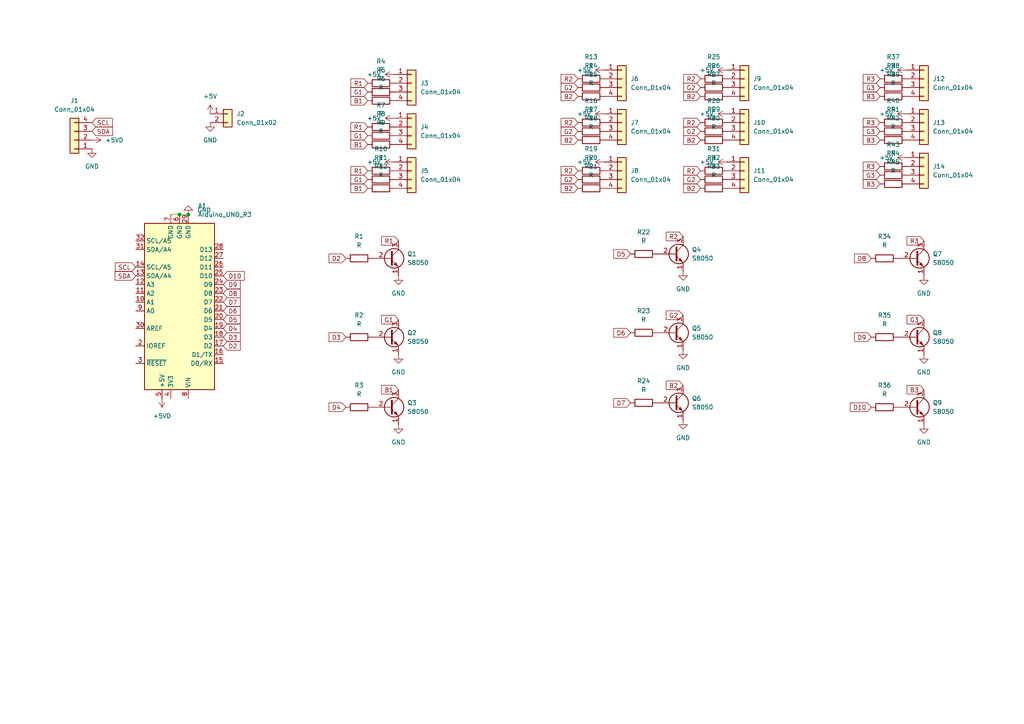
<source format=kicad_sch>
(kicad_sch (version 20211123) (generator eeschema)
  (paper "A4")
  (lib_symbols
    (symbol "Connector_Generic:Conn_01x02" (pin_names (offset 1.016) hide)
      (property "Reference" "J" (at 0 2.54 0))
      (property "Value" "Conn_01x02" (at 0 -5.08 0))
      (symbol "Conn_01x02_1_1"
        (rectangle (start -1.27 -2.413) (end 0 -2.667) (stroke (width 0.1524)))
        (rectangle (start -1.27 0.127) (end 0 -0.127) (stroke (width 0.1524)))
        (rectangle (start -1.27 1.27) (end 1.27 -3.81) (stroke (width 0.254)) (fill (type background)))
        (pin passive line (at -5.08 0 0) (length 3.81) (name "Pin_1") (number "1"))
        (pin passive line (at -5.08 -2.54 0) (length 3.81) (name "Pin_2") (number "2"))
      )
    )
    (symbol "Connector_Generic:Conn_01x04" (pin_names (offset 1.016) hide)
      (property "Reference" "J" (at 0 5.08 0))
      (property "Value" "Conn_01x04" (at 0 -7.62 0))
      (symbol "Conn_01x04_1_1"
        (rectangle (start -1.27 -4.953) (end 0 -5.207) (stroke (width 0.1524)))
        (rectangle (start -1.27 -2.413) (end 0 -2.667) (stroke (width 0.1524)))
        (rectangle (start -1.27 0.127) (end 0 -0.127) (stroke (width 0.1524)))
        (rectangle (start -1.27 2.667) (end 0 2.413) (stroke (width 0.1524)))
        (rectangle (start -1.27 3.81) (end 1.27 -6.35) (stroke (width 0.254)) (fill (type background)))
        (pin passive line (at -5.08 2.54 0) (length 3.81) (name "Pin_1") (number "1"))
        (pin passive line (at -5.08 0 0) (length 3.81) (name "Pin_2") (number "2"))
        (pin passive line (at -5.08 -2.54 0) (length 3.81) (name "Pin_3") (number "3"))
        (pin passive line (at -5.08 -5.08 0) (length 3.81) (name "Pin_4") (number "4"))
      )
    )
    (symbol "Device:R" (pin_numbers hide) (pin_names (offset 0))
      (property "Reference" "R" (at 2.032 0 90))
      (property "Value" "R" (at 0 0 90))
      (symbol "R_0_1"
        (rectangle (start -1.016 -2.54) (end 1.016 2.54) (stroke (width 0.254)))
      )
      (symbol "R_1_1"
        (pin passive line (at 0 3.81 270) (length 1.27) (name "~") (number "1"))
        (pin passive line (at 0 -3.81 90) (length 1.27) (name "~") (number "2"))
      )
    )
    (symbol "MCU_Module:Arduino_UNO_R3"
      (property "Reference" "A" (at -10.16 23.495 0))
      (property "Value" "Arduino_UNO_R3" (at 5.08 -26.67 0))
      (symbol "Arduino_UNO_R3_0_1"
        (rectangle (start -10.16 22.86) (end 10.16 -25.4) (stroke (width 0.254)) (fill (type background)))
      )
      (symbol "Arduino_UNO_R3_1_1"
        (pin no_connect line (at -10.16 -20.32 0) (length 2.54) hide (name "NC") (number "1"))
        (pin bidirectional line (at 12.7 -2.54 180) (length 2.54) (name "A1") (number "10"))
        (pin bidirectional line (at 12.7 -5.08 180) (length 2.54) (name "A2") (number "11"))
        (pin bidirectional line (at 12.7 -7.62 180) (length 2.54) (name "A3") (number "12"))
        (pin bidirectional line (at 12.7 -10.16 180) (length 2.54) (name "SDA/A4") (number "13"))
        (pin bidirectional line (at 12.7 -12.7 180) (length 2.54) (name "SCL/A5") (number "14"))
        (pin bidirectional line (at -12.7 15.24 0) (length 2.54) (name "D0/RX") (number "15"))
        (pin bidirectional line (at -12.7 12.7 0) (length 2.54) (name "D1/TX") (number "16"))
        (pin bidirectional line (at -12.7 10.16 0) (length 2.54) (name "D2") (number "17"))
        (pin bidirectional line (at -12.7 7.62 0) (length 2.54) (name "D3") (number "18"))
        (pin bidirectional line (at -12.7 5.08 0) (length 2.54) (name "D4") (number "19"))
        (pin output line (at 12.7 10.16 180) (length 2.54) (name "IOREF") (number "2"))
        (pin bidirectional line (at -12.7 2.54 0) (length 2.54) (name "D5") (number "20"))
        (pin bidirectional line (at -12.7 0 0) (length 2.54) (name "D6") (number "21"))
        (pin bidirectional line (at -12.7 -2.54 0) (length 2.54) (name "D7") (number "22"))
        (pin bidirectional line (at -12.7 -5.08 0) (length 2.54) (name "D8") (number "23"))
        (pin bidirectional line (at -12.7 -7.62 0) (length 2.54) (name "D9") (number "24"))
        (pin bidirectional line (at -12.7 -10.16 0) (length 2.54) (name "D10") (number "25"))
        (pin bidirectional line (at -12.7 -12.7 0) (length 2.54) (name "D11") (number "26"))
        (pin bidirectional line (at -12.7 -15.24 0) (length 2.54) (name "D12") (number "27"))
        (pin bidirectional line (at -12.7 -17.78 0) (length 2.54) (name "D13") (number "28"))
        (pin power_in line (at -2.54 -27.94 90) (length 2.54) (name "GND") (number "29"))
        (pin input line (at 12.7 15.24 180) (length 2.54) (name "~{RESET}") (number "3"))
        (pin input line (at 12.7 5.08 180) (length 2.54) (name "AREF") (number "30"))
        (pin bidirectional line (at 12.7 -17.78 180) (length 2.54) (name "SDA/A4") (number "31"))
        (pin bidirectional line (at 12.7 -20.32 180) (length 2.54) (name "SCL/A5") (number "32"))
        (pin power_out line (at 2.54 25.4 270) (length 2.54) (name "3V3") (number "4"))
        (pin power_out line (at 5.08 25.4 270) (length 2.54) (name "+5V") (number "5"))
        (pin power_in line (at 0 -27.94 90) (length 2.54) (name "GND") (number "6"))
        (pin power_in line (at 2.54 -27.94 90) (length 2.54) (name "GND") (number "7"))
        (pin power_in line (at -2.54 25.4 270) (length 2.54) (name "VIN") (number "8"))
        (pin bidirectional line (at 12.7 0 180) (length 2.54) (name "A0") (number "9"))
      )
    )
    (symbol "Transistor_BJT:S8050" (pin_names (offset 0) hide)
      (property "Reference" "Q" (at 5.08 1.905 0))
      (property "Value" "S8050" (at 5.08 0 0))
      (symbol "S8050_0_1"
        (polyline (pts (xy 0 0) (xy 0.635 0)))
        (polyline (pts (xy 0.635 0.635) (xy 2.54 2.54)))
        (polyline (pts (xy 0.635 -0.635) (xy 2.54 -2.54) (xy 2.54 -2.54)))
        (polyline (pts (xy 0.635 1.905) (xy 0.635 -1.905) (xy 0.635 -1.905)) (stroke (width 0.508)))
        (polyline (pts (xy 1.27 -1.778) (xy 1.778 -1.27) (xy 2.286 -2.286) (xy 1.27 -1.778) (xy 1.27 -1.778)) (fill (type outline)))
        (circle (center 1.27 0) (radius 2.8194) (stroke (width 0.254)))
      )
      (symbol "S8050_1_1"
        (pin passive line (at 2.54 -5.08 90) (length 2.54) (name "E") (number "1"))
        (pin input line (at -5.08 0 0) (length 5.08) (name "B") (number "2"))
        (pin passive line (at 2.54 5.08 270) (length 2.54) (name "C") (number "3"))
      )
    )
    (symbol "power:+5V" (power) (pin_names (offset 0))
      (property "Value" "+5V" (at 0 3.556 0))
      (symbol "+5V_0_1"
        (polyline (pts (xy -0.762 1.27) (xy 0 2.54)))
        (polyline (pts (xy 0 0) (xy 0 2.54)))
        (polyline (pts (xy 0 2.54) (xy 0.762 1.27)))
      )
      (symbol "+5V_1_1"
        (pin power_in line (at 0 0 90) (length 0) hide (name "+5V") (number "1"))
      )
    )
    (symbol "power:+5VD" (power) (pin_names (offset 0))
      (property "Value" "+5VD" (at 0 3.556 0))
      (symbol "+5VD_0_1"
        (polyline (pts (xy -0.762 1.27) (xy 0 2.54)))
        (polyline (pts (xy 0 0) (xy 0 2.54)))
        (polyline (pts (xy 0 2.54) (xy 0.762 1.27)))
      )
      (symbol "+5VD_1_1"
        (pin power_in line (at 0 0 90) (length 0) hide (name "+5VD") (number "1"))
      )
    )
    (symbol "power:GND" (power) (pin_names (offset 0))
      (property "Value" "GND" (at 0 -3.81 0))
      (symbol "GND_0_1"
        (polyline (pts (xy 0 0) (xy 0 -1.27) (xy 1.27 -1.27) (xy 0 -2.54) (xy -1.27 -1.27) (xy 0 -1.27)))
      )
      (symbol "GND_1_1"
        (pin power_in line (at 0 0 270) (length 0) hide (name "GND") (number "1"))
      )
    )
  )
  (junction (at 52.07 62.23))
  (junction (at 54.61 62.23))
  (wire (pts (xy 49.53 62.23) (xy 52.07 62.23)))
  (wire (pts (xy 52.07 62.23) (xy 54.61 62.23)))
  (global_label "D10" (shape input) (at 64.77 80.01 0) (property "Intersheet References" "${INTERSHEET_REFS}" (effects hide)))
  (global_label "R3" (shape input) (at 255.27 22.86 180) (property "Intersheet References" "${INTERSHEET_REFS}" (effects hide)))
  (global_label "D7" (shape input) (at 182.88 116.84 180) (property "Intersheet References" "${INTERSHEET_REFS}" (effects hide)))
  (global_label "D6" (shape input) (at 182.88 96.52 180) (property "Intersheet References" "${INTERSHEET_REFS}" (effects hide)))
  (global_label "R2" (shape input) (at 198.12 68.58 180) (property "Intersheet References" "${INTERSHEET_REFS}" (effects hide)))
  (global_label "B2" (shape input) (at 203.2 40.64 180) (property "Intersheet References" "${INTERSHEET_REFS}" (effects hide)))
  (global_label "D8" (shape input) (at 252.73 74.93 180) (property "Intersheet References" "${INTERSHEET_REFS}" (effects hide)))
  (global_label "D8" (shape input) (at 64.77 85.09 0) (property "Intersheet References" "${INTERSHEET_REFS}" (effects hide)))
  (global_label "B2" (shape input) (at 167.64 40.64 180) (property "Intersheet References" "${INTERSHEET_REFS}" (effects hide)))
  (global_label "D3" (shape input) (at 100.33 97.79 180) (property "Intersheet References" "${INTERSHEET_REFS}" (effects hide)))
  (global_label "G3" (shape input) (at 255.27 38.1 180) (property "Intersheet References" "${INTERSHEET_REFS}" (effects hide)))
  (global_label "G1" (shape input) (at 115.57 92.71 180) (property "Intersheet References" "${INTERSHEET_REFS}" (effects hide)))
  (global_label "R2" (shape input) (at 203.2 22.86 180) (property "Intersheet References" "${INTERSHEET_REFS}" (effects hide)))
  (global_label "G3" (shape input) (at 255.27 50.8 180) (property "Intersheet References" "${INTERSHEET_REFS}" (effects hide)))
  (global_label "R1" (shape input) (at 106.68 49.53 180) (property "Intersheet References" "${INTERSHEET_REFS}" (effects hide)))
  (global_label "B2" (shape input) (at 203.2 54.61 180) (property "Intersheet References" "${INTERSHEET_REFS}" (effects hide)))
  (global_label "B3" (shape input) (at 267.97 113.03 180) (property "Intersheet References" "${INTERSHEET_REFS}" (effects hide)))
  (global_label "B1" (shape input) (at 106.68 29.21 180) (property "Intersheet References" "${INTERSHEET_REFS}" (effects hide)))
  (global_label "D2" (shape input) (at 100.33 74.93 180) (property "Intersheet References" "${INTERSHEET_REFS}" (effects hide)))
  (global_label "R2" (shape input) (at 203.2 35.56 180) (property "Intersheet References" "${INTERSHEET_REFS}" (effects hide)))
  (global_label "G2" (shape input) (at 203.2 52.07 180) (property "Intersheet References" "${INTERSHEET_REFS}" (effects hide)))
  (global_label "SCL" (shape input) (at 39.37 77.47 180) (property "Intersheet References" "${INTERSHEET_REFS}" (effects hide)))
  (global_label "B3" (shape input) (at 255.27 27.94 180) (property "Intersheet References" "${INTERSHEET_REFS}" (effects hide)))
  (global_label "D9" (shape input) (at 252.73 97.79 180) (property "Intersheet References" "${INTERSHEET_REFS}" (effects hide)))
  (global_label "B1" (shape input) (at 106.68 54.61 180) (property "Intersheet References" "${INTERSHEET_REFS}" (effects hide)))
  (global_label "G1" (shape input) (at 106.68 26.67 180) (property "Intersheet References" "${INTERSHEET_REFS}" (effects hide)))
  (global_label "D6" (shape input) (at 64.77 90.17 0) (property "Intersheet References" "${INTERSHEET_REFS}" (effects hide)))
  (global_label "D2" (shape input) (at 64.77 100.33 0) (property "Intersheet References" "${INTERSHEET_REFS}" (effects hide)))
  (global_label "G2" (shape input) (at 203.2 25.4 180) (property "Intersheet References" "${INTERSHEET_REFS}" (effects hide)))
  (global_label "R3" (shape input) (at 267.97 69.85 180) (property "Intersheet References" "${INTERSHEET_REFS}" (effects hide)))
  (global_label "G2" (shape input) (at 167.64 52.07 180) (property "Intersheet References" "${INTERSHEET_REFS}" (effects hide)))
  (global_label "D10" (shape input) (at 252.73 118.11 180) (property "Intersheet References" "${INTERSHEET_REFS}" (effects hide)))
  (global_label "G2" (shape input) (at 198.12 91.44 180) (property "Intersheet References" "${INTERSHEET_REFS}" (effects hide)))
  (global_label "R2" (shape input) (at 167.64 22.86 180) (property "Intersheet References" "${INTERSHEET_REFS}" (effects hide)))
  (global_label "D3" (shape input) (at 64.77 97.79 0) (property "Intersheet References" "${INTERSHEET_REFS}" (effects hide)))
  (global_label "R3" (shape input) (at 255.27 35.56 180) (property "Intersheet References" "${INTERSHEET_REFS}" (effects hide)))
  (global_label "G3" (shape input) (at 255.27 25.4 180) (property "Intersheet References" "${INTERSHEET_REFS}" (effects hide)))
  (global_label "D5" (shape input) (at 182.88 73.66 180) (property "Intersheet References" "${INTERSHEET_REFS}" (effects hide)))
  (global_label "R3" (shape input) (at 255.27 48.26 180) (property "Intersheet References" "${INTERSHEET_REFS}" (effects hide)))
  (global_label "G2" (shape input) (at 167.64 38.1 180) (property "Intersheet References" "${INTERSHEET_REFS}" (effects hide)))
  (global_label "B1" (shape input) (at 106.68 41.91 180) (property "Intersheet References" "${INTERSHEET_REFS}" (effects hide)))
  (global_label "R1" (shape input) (at 115.57 69.85 180) (property "Intersheet References" "${INTERSHEET_REFS}" (effects hide)))
  (global_label "R2" (shape input) (at 203.2 49.53 180) (property "Intersheet References" "${INTERSHEET_REFS}" (effects hide)))
  (global_label "D5" (shape input) (at 64.77 92.71 0) (property "Intersheet References" "${INTERSHEET_REFS}" (effects hide)))
  (global_label "B2" (shape input) (at 167.64 27.94 180) (property "Intersheet References" "${INTERSHEET_REFS}" (effects hide)))
  (global_label "R1" (shape input) (at 106.68 36.83 180) (property "Intersheet References" "${INTERSHEET_REFS}" (effects hide)))
  (global_label "G1" (shape input) (at 106.68 39.37 180) (property "Intersheet References" "${INTERSHEET_REFS}" (effects hide)))
  (global_label "G1" (shape input) (at 106.68 52.07 180) (property "Intersheet References" "${INTERSHEET_REFS}" (effects hide)))
  (global_label "D4" (shape input) (at 100.33 118.11 180) (property "Intersheet References" "${INTERSHEET_REFS}" (effects hide)))
  (global_label "SDA" (shape input) (at 39.37 80.01 180) (property "Intersheet References" "${INTERSHEET_REFS}" (effects hide)))
  (global_label "D7" (shape input) (at 64.77 87.63 0) (property "Intersheet References" "${INTERSHEET_REFS}" (effects hide)))
  (global_label "B2" (shape input) (at 198.12 111.76 180) (property "Intersheet References" "${INTERSHEET_REFS}" (effects hide)))
  (global_label "G2" (shape input) (at 203.2 38.1 180) (property "Intersheet References" "${INTERSHEET_REFS}" (effects hide)))
  (global_label "B2" (shape input) (at 203.2 27.94 180) (property "Intersheet References" "${INTERSHEET_REFS}" (effects hide)))
  (global_label "R1" (shape input) (at 106.68 24.13 180) (property "Intersheet References" "${INTERSHEET_REFS}" (effects hide)))
  (global_label "SDA" (shape input) (at 26.67 38.1 0) (property "Intersheet References" "${INTERSHEET_REFS}" (effects hide)))
  (global_label "D4" (shape input) (at 64.77 95.25 0) (property "Intersheet References" "${INTERSHEET_REFS}" (effects hide)))
  (global_label "R2" (shape input) (at 167.64 49.53 180) (property "Intersheet References" "${INTERSHEET_REFS}" (effects hide)))
  (global_label "SCL" (shape input) (at 26.67 35.56 0) (property "Intersheet References" "${INTERSHEET_REFS}" (effects hide)))
  (global_label "B3" (shape input) (at 255.27 40.64 180) (property "Intersheet References" "${INTERSHEET_REFS}" (effects hide)))
  (global_label "B2" (shape input) (at 167.64 54.61 180) (property "Intersheet References" "${INTERSHEET_REFS}" (effects hide)))
  (global_label "G3" (shape input) (at 267.97 92.71 180) (property "Intersheet References" "${INTERSHEET_REFS}" (effects hide)))
  (global_label "R2" (shape input) (at 167.64 35.56 180) (property "Intersheet References" "${INTERSHEET_REFS}" (effects hide)))
  (global_label "B3" (shape input) (at 255.27 53.34 180) (property "Intersheet References" "${INTERSHEET_REFS}" (effects hide)))
  (global_label "G2" (shape input) (at 167.64 25.4 180) (property "Intersheet References" "${INTERSHEET_REFS}" (effects hide)))
  (global_label "D9" (shape input) (at 64.77 82.55 0) (property "Intersheet References" "${INTERSHEET_REFS}" (effects hide)))
  (global_label "B1" (shape input) (at 115.57 113.03 180) (property "Intersheet References" "${INTERSHEET_REFS}" (effects hide)))
  (symbol (lib_id "power:GND") (at 267.97 102.87 0) (unit 1)
    (property "Reference" "#PWR026" (effects hide))
    (property "Value" "GND" (at 267.97 107.95 0))
  )
  (symbol (lib_id "power:+5VD") (at 46.99 115.57 180) (unit 1)
    (property "Reference" "#PWR03" (effects hide))
    (property "Value" "+5VD" (at 46.99 120.65 0))
  )
  (symbol (lib_id "Device:R") (at 104.14 97.79 90) (unit 1)
    (property "Reference" "R2" (at 104.14 91.44 90))
    (property "Value" "R" (at 104.14 93.98 90))
    (property "Footprint" "Resistor_SMD:R_0805_2012Metric" (effects hide))
  )
  (symbol (lib_id "Device:R") (at 110.49 29.21 90) (unit 1)
    (property "Reference" "R6" (at 110.49 22.86 90))
    (property "Value" "R" (at 110.49 25.4 90))
    (property "Footprint" "Resistor_SMD:R_0805_2012Metric" (effects hide))
  )
  (symbol (lib_id "Device:R") (at 207.01 54.61 90) (unit 1)
    (property "Reference" "R33" (at 207.01 48.26 90))
    (property "Value" "R" (at 207.01 50.8 90))
    (property "Footprint" "Resistor_SMD:R_0805_2012Metric" (effects hide))
  )
  (symbol (lib_id "power:GND") (at 60.96 35.56 0) (unit 1)
    (property "Reference" "#PWR06" (effects hide))
    (property "Value" "GND" (at 60.96 40.64 0))
  )
  (symbol (lib_id "Connector_Generic:Conn_01x04") (at 267.97 48.26 0) (unit 1)
    (property "Reference" "J14" (at 270.51 48.2599 0) (effects (justify left)))
    (property "Value" "Conn_01x04" (at 270.51 50.7999 0) (effects (justify left)))
    (property "Footprint" "Connector_PinHeader_2.54mm:PinHeader_1x04_P2.54mm_Vertical" (effects hide))
  )
  (symbol (lib_id "Device:R") (at 110.49 36.83 90) (unit 1)
    (property "Reference" "R7" (at 110.49 30.48 90))
    (property "Value" "R" (at 110.49 33.02 90))
    (property "Footprint" "Resistor_SMD:R_0805_2012Metric" (effects hide))
  )
  (symbol (lib_id "Device:R") (at 171.45 54.61 90) (unit 1)
    (property "Reference" "R21" (at 171.45 48.26 90))
    (property "Value" "R" (at 171.45 50.8 90))
    (property "Footprint" "Resistor_SMD:R_0805_2012Metric" (effects hide))
  )
  (symbol (lib_id "Device:R") (at 207.01 40.64 90) (unit 1)
    (property "Reference" "R30" (at 207.01 34.29 90))
    (property "Value" "R" (at 207.01 36.83 90))
    (property "Footprint" "Resistor_SMD:R_0805_2012Metric" (effects hide))
  )
  (symbol (lib_id "Device:R") (at 259.08 38.1 90) (unit 1)
    (property "Reference" "R41" (at 259.08 31.75 90))
    (property "Value" "R" (at 259.08 34.29 90))
    (property "Footprint" "Resistor_SMD:R_0805_2012Metric" (effects hide))
  )
  (symbol (lib_id "power:+5V") (at 175.26 33.02 90) (unit 1)
    (property "Reference" "#PWR014" (effects hide))
    (property "Value" "+5V" (at 171.45 33.0199 90) (effects (justify left)))
  )
  (symbol (lib_id "Device:R") (at 171.45 49.53 90) (unit 1)
    (property "Reference" "R19" (at 171.45 43.18 90))
    (property "Value" "R" (at 171.45 45.72 90))
    (property "Footprint" "Resistor_SMD:R_0805_2012Metric" (effects hide))
  )
  (symbol (lib_id "Device:R") (at 259.08 27.94 90) (unit 1)
    (property "Reference" "R39" (at 259.08 21.59 90))
    (property "Value" "R" (at 259.08 24.13 90))
    (property "Footprint" "Resistor_SMD:R_0805_2012Metric" (effects hide))
  )
  (symbol (lib_id "Device:R") (at 171.45 22.86 90) (unit 1)
    (property "Reference" "R13" (at 171.45 16.51 90))
    (property "Value" "R" (at 171.45 19.05 90))
    (property "Footprint" "Resistor_SMD:R_0805_2012Metric" (effects hide))
  )
  (symbol (lib_id "Device:R") (at 207.01 52.07 90) (unit 1)
    (property "Reference" "R32" (at 207.01 45.72 90))
    (property "Value" "R" (at 207.01 48.26 90))
    (property "Footprint" "Resistor_SMD:R_0805_2012Metric" (effects hide))
  )
  (symbol (lib_id "Device:R") (at 259.08 50.8 90) (unit 1)
    (property "Reference" "R44" (at 259.08 44.45 90))
    (property "Value" "R" (at 259.08 46.99 90))
    (property "Footprint" "Resistor_SMD:R_0805_2012Metric" (effects hide))
  )
  (symbol (lib_id "power:GND") (at 115.57 80.01 0) (unit 1)
    (property "Reference" "#PWR010" (effects hide))
    (property "Value" "GND" (at 115.57 85.09 0))
  )
  (symbol (lib_id "Device:R") (at 207.01 38.1 90) (unit 1)
    (property "Reference" "R29" (at 207.01 31.75 90))
    (property "Value" "R" (at 207.01 34.29 90))
    (property "Footprint" "Resistor_SMD:R_0805_2012Metric" (effects hide))
  )
  (symbol (lib_id "Device:R") (at 171.45 38.1 90) (unit 1)
    (property "Reference" "R17" (at 171.45 31.75 90))
    (property "Value" "R" (at 171.45 34.29 90))
    (property "Footprint" "Resistor_SMD:R_0805_2012Metric" (effects hide))
  )
  (symbol (lib_id "Connector_Generic:Conn_01x04") (at 215.9 49.53 0) (unit 1)
    (property "Reference" "J11" (at 218.44 49.5299 0) (effects (justify left)))
    (property "Value" "Conn_01x04" (at 218.44 52.0699 0) (effects (justify left)))
    (property "Footprint" "Connector_PinHeader_2.54mm:PinHeader_1x04_P2.54mm_Vertical" (effects hide))
  )
  (symbol (lib_id "power:+5V") (at 175.26 20.32 90) (unit 1)
    (property "Reference" "#PWR013" (effects hide))
    (property "Value" "+5V" (at 171.45 20.3199 90) (effects (justify left)))
  )
  (symbol (lib_id "Transistor_BJT:S8050") (at 195.58 116.84 0) (unit 1)
    (property "Reference" "Q6" (at 200.66 115.5699 0) (effects (justify left)))
    (property "Value" "S8050" (at 200.66 118.1099 0) (effects (justify left)))
    (property "Footprint" "Package_TO_SOT_SMD:SOT-23" (effects hide))
    (property "Datasheet" "http://www.unisonic.com.tw/datasheet/S8050.pdf" (effects hide))
  )
  (symbol (lib_id "Device:R") (at 104.14 74.93 90) (unit 1)
    (property "Reference" "R1" (at 104.14 68.58 90))
    (property "Value" "R" (at 104.14 71.12 90))
    (property "Footprint" "Resistor_SMD:R_0805_2012Metric" (effects hide))
  )
  (symbol (lib_id "Device:R") (at 171.45 25.4 90) (unit 1)
    (property "Reference" "R14" (at 171.45 19.05 90))
    (property "Value" "R" (at 171.45 21.59 90))
    (property "Footprint" "Resistor_SMD:R_0805_2012Metric" (effects hide))
  )
  (symbol (lib_id "power:+5V") (at 175.26 46.99 90) (unit 1)
    (property "Reference" "#PWR015" (effects hide))
    (property "Value" "+5V" (at 171.45 46.9899 90) (effects (justify left)))
  )
  (symbol (lib_id "power:+5V") (at 262.89 33.02 90) (unit 1)
    (property "Reference" "#PWR023" (effects hide))
    (property "Value" "+5V" (at 259.08 33.0199 90) (effects (justify left)))
  )
  (symbol (lib_id "Connector_Generic:Conn_01x04") (at 180.34 49.53 0) (unit 1)
    (property "Reference" "J8" (at 182.88 49.5299 0) (effects (justify left)))
    (property "Value" "Conn_01x04" (at 182.88 52.0699 0) (effects (justify left)))
    (property "Footprint" "Connector_PinHeader_2.54mm:PinHeader_1x04_P2.54mm_Vertical" (effects hide))
  )
  (symbol (lib_id "Device:R") (at 259.08 40.64 90) (unit 1)
    (property "Reference" "R42" (at 259.08 34.29 90))
    (property "Value" "R" (at 259.08 36.83 90))
    (property "Footprint" "Resistor_SMD:R_0805_2012Metric" (effects hide))
  )
  (symbol (lib_id "Connector_Generic:Conn_01x04") (at 180.34 22.86 0) (unit 1)
    (property "Reference" "J6" (at 182.88 22.8599 0) (effects (justify left)))
    (property "Value" "Conn_01x04" (at 182.88 25.3999 0) (effects (justify left)))
    (property "Footprint" "Connector_PinHeader_2.54mm:PinHeader_1x04_P2.54mm_Vertical" (effects hide))
  )
  (symbol (lib_id "Device:R") (at 171.45 35.56 90) (unit 1)
    (property "Reference" "R16" (at 171.45 29.21 90))
    (property "Value" "R" (at 171.45 31.75 90))
    (property "Footprint" "Resistor_SMD:R_0805_2012Metric" (effects hide))
  )
  (symbol (lib_id "Device:R") (at 256.54 97.79 90) (unit 1)
    (property "Reference" "R35" (at 256.54 91.44 90))
    (property "Value" "R" (at 256.54 93.98 90))
    (property "Footprint" "Resistor_SMD:R_0805_2012Metric" (effects hide))
  )
  (symbol (lib_id "Connector_Generic:Conn_01x02") (at 66.04 33.02 0) (unit 1)
    (property "Reference" "J2" (at 68.58 33.0199 0) (effects (justify left)))
    (property "Value" "Conn_01x02" (at 68.58 35.5599 0) (effects (justify left)))
    (property "Footprint" "Connector_Phoenix_MSTB:PhoenixContact_MSTBVA_2,5_2-G-5,08_1x02_P5.08mm_Vertical" (effects hide))
  )
  (symbol (lib_id "Device:R") (at 256.54 118.11 90) (unit 1)
    (property "Reference" "R36" (at 256.54 111.76 90))
    (property "Value" "R" (at 256.54 114.3 90))
    (property "Footprint" "Resistor_SMD:R_0805_2012Metric" (effects hide))
  )
  (symbol (lib_id "power:GND") (at 54.61 62.23 180) (unit 1)
    (property "Reference" "#PWR04" (effects hide))
    (property "Value" "GND" (at 57.15 60.9599 0) (effects (justify right)))
  )
  (symbol (lib_id "power:GND") (at 198.12 101.6 0) (unit 1)
    (property "Reference" "#PWR017" (effects hide))
    (property "Value" "GND" (at 198.12 106.68 0))
  )
  (symbol (lib_id "Device:R") (at 110.49 26.67 90) (unit 1)
    (property "Reference" "R5" (at 110.49 20.32 90))
    (property "Value" "R" (at 110.49 22.86 90))
    (property "Footprint" "Resistor_SMD:R_0805_2012Metric" (effects hide))
  )
  (symbol (lib_id "power:GND") (at 198.12 121.92 0) (unit 1)
    (property "Reference" "#PWR018" (effects hide))
    (property "Value" "GND" (at 198.12 127 0))
  )
  (symbol (lib_id "power:+5VD") (at 26.67 40.64 270) (unit 1)
    (property "Reference" "#PWR01" (effects hide))
    (property "Value" "+5VD" (at 30.48 40.6399 90) (effects (justify left)))
  )
  (symbol (lib_id "Device:R") (at 259.08 22.86 90) (unit 1)
    (property "Reference" "R37" (at 259.08 16.51 90))
    (property "Value" "R" (at 259.08 19.05 90))
    (property "Footprint" "Resistor_SMD:R_0805_2012Metric" (effects hide))
  )
  (symbol (lib_id "Device:R") (at 110.49 24.13 90) (unit 1)
    (property "Reference" "R4" (at 110.49 17.78 90))
    (property "Value" "R" (at 110.49 20.32 90))
    (property "Footprint" "Resistor_SMD:R_0805_2012Metric" (effects hide))
  )
  (symbol (lib_id "Device:R") (at 110.49 49.53 90) (unit 1)
    (property "Reference" "R10" (at 110.49 43.18 90))
    (property "Value" "R" (at 110.49 45.72 90))
    (property "Footprint" "Resistor_SMD:R_0805_2012Metric" (effects hide))
  )
  (symbol (lib_id "Device:R") (at 171.45 40.64 90) (unit 1)
    (property "Reference" "R18" (at 171.45 34.29 90))
    (property "Value" "R" (at 171.45 36.83 90))
    (property "Footprint" "Resistor_SMD:R_0805_2012Metric" (effects hide))
  )
  (symbol (lib_id "power:GND") (at 267.97 80.01 0) (unit 1)
    (property "Reference" "#PWR025" (effects hide))
    (property "Value" "GND" (at 267.97 85.09 0))
  )
  (symbol (lib_id "Device:R") (at 259.08 35.56 90) (unit 1)
    (property "Reference" "R40" (at 259.08 29.21 90))
    (property "Value" "R" (at 259.08 31.75 90))
    (property "Footprint" "Resistor_SMD:R_0805_2012Metric" (effects hide))
  )
  (symbol (lib_id "power:GND") (at 115.57 123.19 0) (unit 1)
    (property "Reference" "#PWR012" (effects hide))
    (property "Value" "GND" (at 115.57 128.27 0))
  )
  (symbol (lib_id "Connector_Generic:Conn_01x04") (at 267.97 35.56 0) (unit 1)
    (property "Reference" "J13" (at 270.51 35.5599 0) (effects (justify left)))
    (property "Value" "Conn_01x04" (at 270.51 38.0999 0) (effects (justify left)))
    (property "Footprint" "Connector_PinHeader_2.54mm:PinHeader_1x04_P2.54mm_Vertical" (effects hide))
  )
  (symbol (lib_id "Device:R") (at 110.49 52.07 90) (unit 1)
    (property "Reference" "R11" (at 110.49 45.72 90))
    (property "Value" "R" (at 110.49 48.26 90))
    (property "Footprint" "Resistor_SMD:R_0805_2012Metric" (effects hide))
  )
  (symbol (lib_id "power:+5V") (at 262.89 20.32 90) (unit 1)
    (property "Reference" "#PWR022" (effects hide))
    (property "Value" "+5V" (at 259.08 20.3199 90) (effects (justify left)))
  )
  (symbol (lib_id "Device:R") (at 207.01 25.4 90) (unit 1)
    (property "Reference" "R26" (at 207.01 19.05 90))
    (property "Value" "R" (at 207.01 21.59 90))
    (property "Footprint" "Resistor_SMD:R_0805_2012Metric" (effects hide))
  )
  (symbol (lib_id "power:GND") (at 198.12 78.74 0) (unit 1)
    (property "Reference" "#PWR016" (effects hide))
    (property "Value" "GND" (at 198.12 83.82 0))
  )
  (symbol (lib_id "Transistor_BJT:S8050") (at 265.43 74.93 0) (unit 1)
    (property "Reference" "Q7" (at 270.51 73.6599 0) (effects (justify left)))
    (property "Value" "S8050" (at 270.51 76.1999 0) (effects (justify left)))
    (property "Footprint" "Package_TO_SOT_SMD:SOT-23" (effects hide))
    (property "Datasheet" "http://www.unisonic.com.tw/datasheet/S8050.pdf" (effects hide))
  )
  (symbol (lib_id "Connector_Generic:Conn_01x04") (at 215.9 22.86 0) (unit 1)
    (property "Reference" "J9" (at 218.44 22.8599 0) (effects (justify left)))
    (property "Value" "Conn_01x04" (at 218.44 25.3999 0) (effects (justify left)))
    (property "Footprint" "Connector_PinHeader_2.54mm:PinHeader_1x04_P2.54mm_Vertical" (effects hide))
  )
  (symbol (lib_id "power:+5V") (at 114.3 21.59 90) (unit 1)
    (property "Reference" "#PWR07" (effects hide))
    (property "Value" "+5V" (at 110.49 21.5899 90) (effects (justify left)))
  )
  (symbol (lib_id "power:+5V") (at 114.3 46.99 90) (unit 1)
    (property "Reference" "#PWR09" (effects hide))
    (property "Value" "+5V" (at 110.49 46.9899 90) (effects (justify left)))
  )
  (symbol (lib_id "power:+5V") (at 60.96 33.02 0) (unit 1)
    (property "Reference" "#PWR05" (effects hide))
    (property "Value" "+5V" (at 60.96 27.94 0))
  )
  (symbol (lib_id "Transistor_BJT:S8050") (at 195.58 73.66 0) (unit 1)
    (property "Reference" "Q4" (at 200.66 72.3899 0) (effects (justify left)))
    (property "Value" "S8050" (at 200.66 74.9299 0) (effects (justify left)))
    (property "Footprint" "Package_TO_SOT_SMD:SOT-23" (effects hide))
    (property "Datasheet" "http://www.unisonic.com.tw/datasheet/S8050.pdf" (effects hide))
  )
  (symbol (lib_id "power:GND") (at 115.57 102.87 0) (unit 1)
    (property "Reference" "#PWR011" (effects hide))
    (property "Value" "GND" (at 115.57 107.95 0))
  )
  (symbol (lib_id "Device:R") (at 171.45 52.07 90) (unit 1)
    (property "Reference" "R20" (at 171.45 45.72 90))
    (property "Value" "R" (at 171.45 48.26 90))
    (property "Footprint" "Resistor_SMD:R_0805_2012Metric" (effects hide))
  )
  (symbol (lib_id "Device:R") (at 207.01 35.56 90) (unit 1)
    (property "Reference" "R28" (at 207.01 29.21 90))
    (property "Value" "R" (at 207.01 31.75 90))
    (property "Footprint" "Resistor_SMD:R_0805_2012Metric" (effects hide))
  )
  (symbol (lib_id "Device:R") (at 171.45 27.94 90) (unit 1)
    (property "Reference" "R15" (at 171.45 21.59 90))
    (property "Value" "R" (at 171.45 24.13 90))
    (property "Footprint" "Resistor_SMD:R_0805_2012Metric" (effects hide))
  )
  (symbol (lib_id "Device:R") (at 259.08 53.34 90) (unit 1)
    (property "Reference" "R45" (at 259.08 46.99 90))
    (property "Value" "R" (at 259.08 49.53 90))
    (property "Footprint" "Resistor_SMD:R_0805_2012Metric" (effects hide))
  )
  (symbol (lib_id "Connector_Generic:Conn_01x04") (at 267.97 22.86 0) (unit 1)
    (property "Reference" "J12" (at 270.51 22.8599 0) (effects (justify left)))
    (property "Value" "Conn_01x04" (at 270.51 25.3999 0) (effects (justify left)))
    (property "Footprint" "Connector_PinHeader_2.54mm:PinHeader_1x04_P2.54mm_Vertical" (effects hide))
  )
  (symbol (lib_id "Transistor_BJT:S8050") (at 265.43 97.79 0) (unit 1)
    (property "Reference" "Q8" (at 270.51 96.5199 0) (effects (justify left)))
    (property "Value" "S8050" (at 270.51 99.0599 0) (effects (justify left)))
    (property "Footprint" "Package_TO_SOT_SMD:SOT-23" (effects hide))
    (property "Datasheet" "http://www.unisonic.com.tw/datasheet/S8050.pdf" (effects hide))
  )
  (symbol (lib_id "Transistor_BJT:S8050") (at 113.03 118.11 0) (unit 1)
    (property "Reference" "Q3" (at 118.11 116.8399 0) (effects (justify left)))
    (property "Value" "S8050" (at 118.11 119.3799 0) (effects (justify left)))
    (property "Footprint" "Package_TO_SOT_SMD:SOT-23" (effects hide))
    (property "Datasheet" "http://www.unisonic.com.tw/datasheet/S8050.pdf" (effects hide))
  )
  (symbol (lib_id "Connector_Generic:Conn_01x04") (at 119.38 24.13 0) (unit 1)
    (property "Reference" "J3" (at 121.92 24.1299 0) (effects (justify left)))
    (property "Value" "Conn_01x04" (at 121.92 26.6699 0) (effects (justify left)))
    (property "Footprint" "Connector_PinHeader_2.54mm:PinHeader_1x04_P2.54mm_Vertical" (effects hide))
  )
  (symbol (lib_id "power:+5V") (at 210.82 46.99 90) (unit 1)
    (property "Reference" "#PWR021" (effects hide))
    (property "Value" "+5V" (at 207.01 46.9899 90) (effects (justify left)))
  )
  (symbol (lib_id "power:GND") (at 267.97 123.19 0) (unit 1)
    (property "Reference" "#PWR027" (effects hide))
    (property "Value" "GND" (at 267.97 128.27 0))
  )
  (symbol (lib_id "power:+5V") (at 210.82 33.02 90) (unit 1)
    (property "Reference" "#PWR020" (effects hide))
    (property "Value" "+5V" (at 207.01 33.0199 90) (effects (justify left)))
  )
  (symbol (lib_id "Device:R") (at 186.69 73.66 90) (unit 1)
    (property "Reference" "R22" (at 186.69 67.31 90))
    (property "Value" "R" (at 186.69 69.85 90))
    (property "Footprint" "Resistor_SMD:R_0805_2012Metric" (effects hide))
  )
  (symbol (lib_id "Device:R") (at 186.69 96.52 90) (unit 1)
    (property "Reference" "R23" (at 186.69 90.17 90))
    (property "Value" "R" (at 186.69 92.71 90))
    (property "Footprint" "Resistor_SMD:R_0805_2012Metric" (effects hide))
  )
  (symbol (lib_id "Device:R") (at 104.14 118.11 90) (unit 1)
    (property "Reference" "R3" (at 104.14 111.76 90))
    (property "Value" "R" (at 104.14 114.3 90))
    (property "Footprint" "Resistor_SMD:R_0805_2012Metric" (effects hide))
  )
  (symbol (lib_id "Device:R") (at 207.01 22.86 90) (unit 1)
    (property "Reference" "R25" (at 207.01 16.51 90))
    (property "Value" "R" (at 207.01 19.05 90))
    (property "Footprint" "Resistor_SMD:R_0805_2012Metric" (effects hide))
  )
  (symbol (lib_id "Transistor_BJT:S8050") (at 113.03 97.79 0) (unit 1)
    (property "Reference" "Q2" (at 118.11 96.5199 0) (effects (justify left)))
    (property "Value" "S8050" (at 118.11 99.0599 0) (effects (justify left)))
    (property "Footprint" "Package_TO_SOT_SMD:SOT-23" (effects hide))
    (property "Datasheet" "http://www.unisonic.com.tw/datasheet/S8050.pdf" (effects hide))
  )
  (symbol (lib_id "Connector_Generic:Conn_01x04") (at 119.38 49.53 0) (unit 1)
    (property "Reference" "J5" (at 121.92 49.5299 0) (effects (justify left)))
    (property "Value" "Conn_01x04" (at 121.92 52.0699 0) (effects (justify left)))
    (property "Footprint" "Connector_PinHeader_2.54mm:PinHeader_1x04_P2.54mm_Vertical" (effects hide))
  )
  (symbol (lib_id "power:+5V") (at 262.89 45.72 90) (unit 1)
    (property "Reference" "#PWR024" (effects hide))
    (property "Value" "+5V" (at 259.08 45.7199 90) (effects (justify left)))
  )
  (symbol (lib_id "power:+5V") (at 114.3 34.29 90) (unit 1)
    (property "Reference" "#PWR08" (effects hide))
    (property "Value" "+5V" (at 110.49 34.2899 90) (effects (justify left)))
  )
  (symbol (lib_id "Device:R") (at 207.01 27.94 90) (unit 1)
    (property "Reference" "R27" (at 207.01 21.59 90))
    (property "Value" "R" (at 207.01 24.13 90))
    (property "Footprint" "Resistor_SMD:R_0805_2012Metric" (effects hide))
  )
  (symbol (lib_id "Device:R") (at 259.08 25.4 90) (unit 1)
    (property "Reference" "R38" (at 259.08 19.05 90))
    (property "Value" "R" (at 259.08 21.59 90))
    (property "Footprint" "Resistor_SMD:R_0805_2012Metric" (effects hide))
  )
  (symbol (lib_id "Device:R") (at 110.49 54.61 90) (unit 1)
    (property "Reference" "R12" (at 110.49 48.26 90))
    (property "Value" "R" (at 110.49 50.8 90))
    (property "Footprint" "Resistor_SMD:R_0805_2012Metric" (effects hide))
  )
  (symbol (lib_id "Device:R") (at 110.49 39.37 90) (unit 1)
    (property "Reference" "R8" (at 110.49 33.02 90))
    (property "Value" "R" (at 110.49 35.56 90))
    (property "Footprint" "Resistor_SMD:R_0805_2012Metric" (effects hide))
  )
  (symbol (lib_id "Device:R") (at 110.49 41.91 90) (unit 1)
    (property "Reference" "R9" (at 110.49 35.56 90))
    (property "Value" "R" (at 110.49 38.1 90))
    (property "Footprint" "Resistor_SMD:R_0805_2012Metric" (effects hide))
  )
  (symbol (lib_id "power:+5V") (at 210.82 20.32 90) (unit 1)
    (property "Reference" "#PWR019" (effects hide))
    (property "Value" "+5V" (at 207.01 20.3199 90) (effects (justify left)))
  )
  (symbol (lib_id "Connector_Generic:Conn_01x04") (at 215.9 35.56 0) (unit 1)
    (property "Reference" "J10" (at 218.44 35.5599 0) (effects (justify left)))
    (property "Value" "Conn_01x04" (at 218.44 38.0999 0) (effects (justify left)))
    (property "Footprint" "Connector_PinHeader_2.54mm:PinHeader_1x04_P2.54mm_Vertical" (effects hide))
  )
  (symbol (lib_id "power:GND") (at 26.67 43.18 0) (unit 1)
    (property "Reference" "#PWR02" (effects hide))
    (property "Value" "GND" (at 26.67 48.26 0))
  )
  (symbol (lib_id "Transistor_BJT:S8050") (at 113.03 74.93 0) (unit 1)
    (property "Reference" "Q1" (at 118.11 73.6599 0) (effects (justify left)))
    (property "Value" "S8050" (at 118.11 76.1999 0) (effects (justify left)))
    (property "Footprint" "Package_TO_SOT_SMD:SOT-23" (effects hide))
    (property "Datasheet" "http://www.unisonic.com.tw/datasheet/S8050.pdf" (effects hide))
  )
  (symbol (lib_id "Device:R") (at 207.01 49.53 90) (unit 1)
    (property "Reference" "R31" (at 207.01 43.18 90))
    (property "Value" "R" (at 207.01 45.72 90))
    (property "Footprint" "Resistor_SMD:R_0805_2012Metric" (effects hide))
  )
  (symbol (lib_id "Device:R") (at 256.54 74.93 90) (unit 1)
    (property "Reference" "R34" (at 256.54 68.58 90))
    (property "Value" "R" (at 256.54 71.12 90))
    (property "Footprint" "Resistor_SMD:R_0805_2012Metric" (effects hide))
  )
  (symbol (lib_id "Connector_Generic:Conn_01x04") (at 119.38 36.83 0) (unit 1)
    (property "Reference" "J4" (at 121.92 36.8299 0) (effects (justify left)))
    (property "Value" "Conn_01x04" (at 121.92 39.3699 0) (effects (justify left)))
    (property "Footprint" "Connector_PinHeader_2.54mm:PinHeader_1x04_P2.54mm_Vertical" (effects hide))
  )
  (symbol (lib_id "Transistor_BJT:S8050") (at 265.43 118.11 0) (unit 1)
    (property "Reference" "Q9" (at 270.51 116.8399 0) (effects (justify left)))
    (property "Value" "S8050" (at 270.51 119.3799 0) (effects (justify left)))
    (property "Footprint" "Package_TO_SOT_SMD:SOT-23" (effects hide))
    (property "Datasheet" "http://www.unisonic.com.tw/datasheet/S8050.pdf" (effects hide))
  )
  (symbol (lib_id "Connector_Generic:Conn_01x04") (at 21.59 40.64 180) (unit 1)
    (property "Reference" "J1" (at 21.59 29.21 0))
    (property "Value" "Conn_01x04" (at 21.59 31.75 0))
    (property "Footprint" "Connector_PinHeader_2.54mm:PinHeader_1x04_P2.54mm_Horizontal" (effects hide))
  )
  (symbol (lib_id "Device:R") (at 259.08 48.26 90) (unit 1)
    (property "Reference" "R43" (at 259.08 41.91 90))
    (property "Value" "R" (at 259.08 44.45 90))
    (property "Footprint" "Resistor_SMD:R_0805_2012Metric" (effects hide))
  )
  (symbol (lib_id "Transistor_BJT:S8050") (at 195.58 96.52 0) (unit 1)
    (property "Reference" "Q5" (at 200.66 95.2499 0) (effects (justify left)))
    (property "Value" "S8050" (at 200.66 97.7899 0) (effects (justify left)))
    (property "Footprint" "Package_TO_SOT_SMD:SOT-23" (effects hide))
    (property "Datasheet" "http://www.unisonic.com.tw/datasheet/S8050.pdf" (effects hide))
  )
  (symbol (lib_id "Connector_Generic:Conn_01x04") (at 180.34 35.56 0) (unit 1)
    (property "Reference" "J7" (at 182.88 35.5599 0) (effects (justify left)))
    (property "Value" "Conn_01x04" (at 182.88 38.0999 0) (effects (justify left)))
    (property "Footprint" "Connector_PinHeader_2.54mm:PinHeader_1x04_P2.54mm_Vertical" (effects hide))
  )
  (symbol (lib_id "MCU_Module:Arduino_UNO_R3") (at 52.07 90.17 180) (unit 1)
    (property "Reference" "A1" (at 57.3787 59.69 0) (effects (justify right)))
    (property "Value" "Arduino_UNO_R3" (at 57.3787 62.23 0) (effects (justify right)))
    (property "Footprint" "Module:Arduino_UNO_R3" (effects hide))
    (property "Datasheet" "https://www.arduino.cc/en/Main/arduinoBoardUno" (effects hide))
  )
  (symbol (lib_id "Device:R") (at 186.69 116.84 90) (unit 1)
    (property "Reference" "R24" (at 186.69 110.49 90))
    (property "Value" "R" (at 186.69 113.03 90))
    (property "Footprint" "Resistor_SMD:R_0805_2012Metric" (effects hide))
  )
)
</source>
